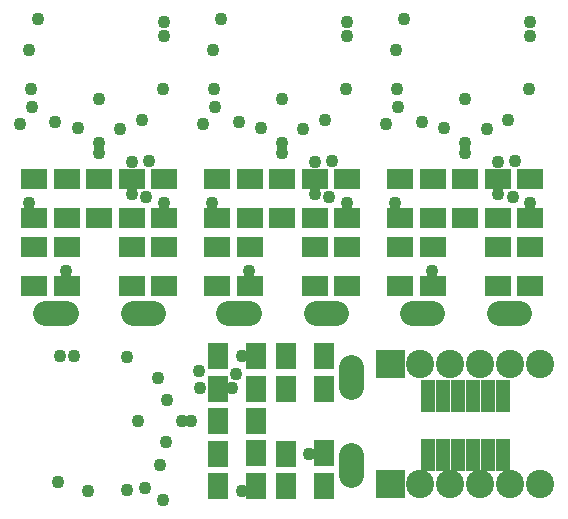
<source format=gbr>
%FSLAX34Y34*%
%MOMM*%
%LNSOLDERMASK_BOTTOM*%
G71*
G01*
%ADD10C, 2.400*%
%ADD11R, 1.200X2.800*%
%ADD12C, 1.100*%
%ADD13C, 2.100*%
%ADD14R, 2.200X1.700*%
%ADD15R, 1.700X2.200*%
%LPD*%
G36*
X343597Y-459325D02*
X367597Y-459325D01*
X367597Y-483325D01*
X343597Y-483325D01*
X343597Y-459325D01*
G37*
X380997Y-471325D02*
G54D10*
D03*
X406397Y-471325D02*
G54D10*
D03*
X431797Y-471325D02*
G54D10*
D03*
X457197Y-471325D02*
G54D10*
D03*
X457197Y-369725D02*
G54D10*
D03*
X431797Y-369725D02*
G54D10*
D03*
X406397Y-369725D02*
G54D10*
D03*
X380997Y-369725D02*
G54D10*
D03*
G36*
X343597Y-357725D02*
X367597Y-357725D01*
X367597Y-381725D01*
X343597Y-381725D01*
X343597Y-357725D01*
G37*
X482597Y-471325D02*
G54D10*
D03*
X482597Y-369725D02*
G54D10*
D03*
X387000Y-397000D02*
G54D11*
D03*
X399700Y-397000D02*
G54D11*
D03*
X412400Y-397000D02*
G54D11*
D03*
X425100Y-397000D02*
G54D11*
D03*
X437800Y-397000D02*
G54D11*
D03*
X450500Y-397000D02*
G54D11*
D03*
X450500Y-447000D02*
G54D11*
D03*
X437800Y-447000D02*
G54D11*
D03*
X425100Y-447000D02*
G54D11*
D03*
X412400Y-447000D02*
G54D11*
D03*
X399700Y-447000D02*
G54D11*
D03*
X387000Y-447000D02*
G54D11*
D03*
X109000Y-146000D02*
G54D12*
D03*
X164000Y-80000D02*
G54D12*
D03*
X164000Y-92000D02*
G54D12*
D03*
X163000Y-137000D02*
G54D12*
D03*
X127000Y-171000D02*
G54D12*
D03*
X91000Y-170000D02*
G54D12*
D03*
X51000Y-137000D02*
G54D12*
D03*
X50000Y-104000D02*
G54D12*
D03*
X57000Y-78000D02*
G54D12*
D03*
G54D13*
X137500Y-326500D02*
X154500Y-326500D01*
G54D13*
X63500Y-326500D02*
X80500Y-326500D01*
X53900Y-213600D02*
G54D14*
D03*
X54000Y-246100D02*
G54D14*
D03*
X81400Y-213600D02*
G54D14*
D03*
X81500Y-246100D02*
G54D14*
D03*
X108900Y-213600D02*
G54D14*
D03*
X109000Y-246100D02*
G54D14*
D03*
X136400Y-213600D02*
G54D14*
D03*
X136500Y-246100D02*
G54D14*
D03*
X163900Y-213600D02*
G54D14*
D03*
X164000Y-246100D02*
G54D14*
D03*
X53900Y-271100D02*
G54D14*
D03*
X54000Y-303600D02*
G54D14*
D03*
X81400Y-271100D02*
G54D14*
D03*
X81500Y-303600D02*
G54D14*
D03*
X136400Y-271100D02*
G54D14*
D03*
X136500Y-303600D02*
G54D14*
D03*
X163900Y-271100D02*
G54D14*
D03*
X164000Y-303600D02*
G54D14*
D03*
X151000Y-198000D02*
G54D12*
D03*
X164000Y-234000D02*
G54D12*
D03*
X137000Y-226000D02*
G54D12*
D03*
X137000Y-199000D02*
G54D12*
D03*
X145000Y-163000D02*
G54D12*
D03*
X149000Y-229000D02*
G54D12*
D03*
X49500Y-234000D02*
G54D12*
D03*
X72000Y-165000D02*
G54D12*
D03*
X42000Y-167000D02*
G54D12*
D03*
X81000Y-291000D02*
G54D12*
D03*
X52000Y-152000D02*
G54D12*
D03*
X109000Y-183000D02*
G54D12*
D03*
X109000Y-191000D02*
G54D12*
D03*
X264000Y-146000D02*
G54D12*
D03*
X319000Y-80000D02*
G54D12*
D03*
X319000Y-92000D02*
G54D12*
D03*
X318000Y-137000D02*
G54D12*
D03*
X282000Y-171000D02*
G54D12*
D03*
X246000Y-170000D02*
G54D12*
D03*
X206000Y-137000D02*
G54D12*
D03*
X205000Y-104000D02*
G54D12*
D03*
X212000Y-78000D02*
G54D12*
D03*
G54D13*
X292500Y-326500D02*
X309500Y-326500D01*
G54D13*
X218500Y-326500D02*
X235500Y-326500D01*
X208900Y-213600D02*
G54D14*
D03*
X209000Y-246100D02*
G54D14*
D03*
X236400Y-213600D02*
G54D14*
D03*
X236500Y-246100D02*
G54D14*
D03*
X263900Y-213600D02*
G54D14*
D03*
X264000Y-246100D02*
G54D14*
D03*
X291400Y-213600D02*
G54D14*
D03*
X291500Y-246100D02*
G54D14*
D03*
X318900Y-213600D02*
G54D14*
D03*
X319000Y-246100D02*
G54D14*
D03*
X208900Y-271100D02*
G54D14*
D03*
X209000Y-303600D02*
G54D14*
D03*
X236400Y-271100D02*
G54D14*
D03*
X236500Y-303600D02*
G54D14*
D03*
X291400Y-271100D02*
G54D14*
D03*
X291500Y-303600D02*
G54D14*
D03*
X318900Y-271100D02*
G54D14*
D03*
X319000Y-303600D02*
G54D14*
D03*
X306000Y-198000D02*
G54D12*
D03*
X319000Y-234000D02*
G54D12*
D03*
X292000Y-226000D02*
G54D12*
D03*
X292000Y-199000D02*
G54D12*
D03*
X300000Y-163000D02*
G54D12*
D03*
X304000Y-229000D02*
G54D12*
D03*
X204500Y-234000D02*
G54D12*
D03*
X227000Y-165000D02*
G54D12*
D03*
X197000Y-167000D02*
G54D12*
D03*
X236000Y-291000D02*
G54D12*
D03*
X207000Y-152000D02*
G54D12*
D03*
X264000Y-183000D02*
G54D12*
D03*
X264000Y-191000D02*
G54D12*
D03*
X419000Y-146000D02*
G54D12*
D03*
X474000Y-80000D02*
G54D12*
D03*
X474000Y-92000D02*
G54D12*
D03*
X473000Y-137000D02*
G54D12*
D03*
X437000Y-171000D02*
G54D12*
D03*
X401000Y-170000D02*
G54D12*
D03*
X361000Y-137000D02*
G54D12*
D03*
X360000Y-104000D02*
G54D12*
D03*
X367000Y-78000D02*
G54D12*
D03*
G54D13*
X447500Y-326500D02*
X464500Y-326500D01*
G54D13*
X373500Y-326500D02*
X390500Y-326500D01*
X363900Y-213600D02*
G54D14*
D03*
X364000Y-246100D02*
G54D14*
D03*
X391400Y-213600D02*
G54D14*
D03*
X391500Y-246100D02*
G54D14*
D03*
X418900Y-213600D02*
G54D14*
D03*
X419000Y-246100D02*
G54D14*
D03*
X446400Y-213600D02*
G54D14*
D03*
X446500Y-246100D02*
G54D14*
D03*
X473900Y-213600D02*
G54D14*
D03*
X474000Y-246100D02*
G54D14*
D03*
X363900Y-271100D02*
G54D14*
D03*
X364000Y-303600D02*
G54D14*
D03*
X391400Y-271100D02*
G54D14*
D03*
X391500Y-303600D02*
G54D14*
D03*
X446400Y-271100D02*
G54D14*
D03*
X446500Y-303600D02*
G54D14*
D03*
X473900Y-271100D02*
G54D14*
D03*
X474000Y-303600D02*
G54D14*
D03*
X461000Y-198000D02*
G54D12*
D03*
X474000Y-234000D02*
G54D12*
D03*
X447000Y-226000D02*
G54D12*
D03*
X447000Y-199000D02*
G54D12*
D03*
X455000Y-163000D02*
G54D12*
D03*
X459000Y-229000D02*
G54D12*
D03*
X359500Y-234000D02*
G54D12*
D03*
X382000Y-165000D02*
G54D12*
D03*
X352000Y-167000D02*
G54D12*
D03*
X391000Y-291000D02*
G54D12*
D03*
X362000Y-152000D02*
G54D12*
D03*
X419000Y-183000D02*
G54D12*
D03*
X419000Y-191000D02*
G54D12*
D03*
X141750Y-418250D02*
G54D12*
D03*
X75750Y-363250D02*
G54D12*
D03*
X87750Y-363250D02*
G54D12*
D03*
X132750Y-364250D02*
G54D12*
D03*
X166750Y-400250D02*
G54D12*
D03*
X165750Y-436250D02*
G54D12*
D03*
X132750Y-476250D02*
G54D12*
D03*
X99750Y-477250D02*
G54D12*
D03*
X73750Y-470250D02*
G54D12*
D03*
G54D13*
X322250Y-389750D02*
X322250Y-372750D01*
G54D13*
X322250Y-463750D02*
X322250Y-446750D01*
X209350Y-473350D02*
G54D15*
D03*
X241850Y-473250D02*
G54D15*
D03*
X209350Y-445850D02*
G54D15*
D03*
X241850Y-445750D02*
G54D15*
D03*
X209350Y-418350D02*
G54D15*
D03*
X241850Y-418250D02*
G54D15*
D03*
X209350Y-390850D02*
G54D15*
D03*
X241850Y-390750D02*
G54D15*
D03*
X209350Y-363350D02*
G54D15*
D03*
X241850Y-363250D02*
G54D15*
D03*
X266850Y-473350D02*
G54D15*
D03*
X299350Y-473250D02*
G54D15*
D03*
X266850Y-445850D02*
G54D15*
D03*
X299350Y-445750D02*
G54D15*
D03*
X266850Y-390850D02*
G54D15*
D03*
X299350Y-390750D02*
G54D15*
D03*
X266850Y-363350D02*
G54D15*
D03*
X299350Y-363250D02*
G54D15*
D03*
X193750Y-376250D02*
G54D12*
D03*
X229750Y-363250D02*
G54D12*
D03*
X221750Y-390250D02*
G54D12*
D03*
X194750Y-390250D02*
G54D12*
D03*
X158750Y-382250D02*
G54D12*
D03*
X224750Y-378250D02*
G54D12*
D03*
X229750Y-477750D02*
G54D12*
D03*
X160750Y-455250D02*
G54D12*
D03*
X162750Y-485250D02*
G54D12*
D03*
X286750Y-446250D02*
G54D12*
D03*
X147750Y-475250D02*
G54D12*
D03*
X178750Y-418250D02*
G54D12*
D03*
X186750Y-418250D02*
G54D12*
D03*
M02*

</source>
